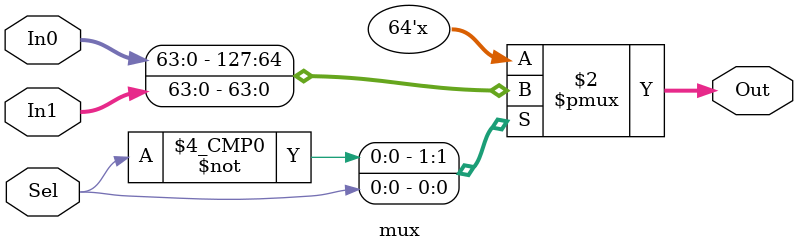
<source format=v>
`timescale 1ns / 1ps

module mux(In0,In1,Sel,Out);
	input [63:0]  In0;
	input [63:0]   In1;
	input  Sel;
	output reg[63:0]  Out;
always@(In0,In1,Sel)
	case(Sel)
		0:Out<=In0;
		1:Out<=In1;
endcase
endmodule

</source>
